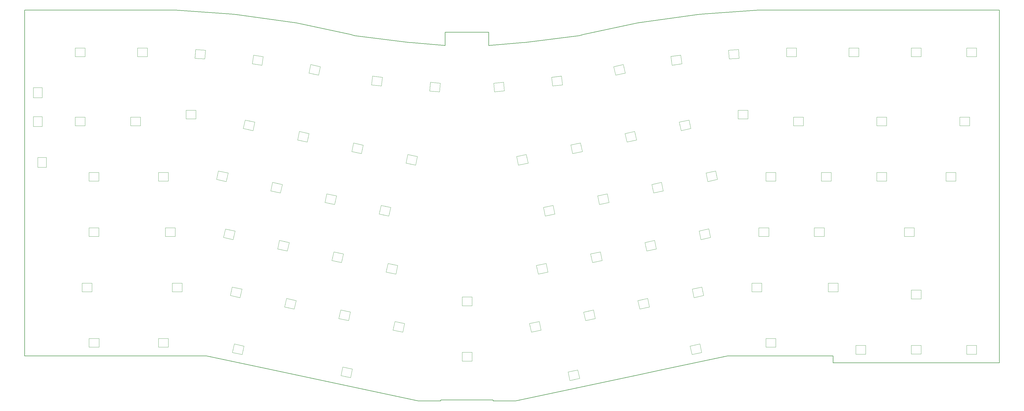
<source format=gbr>
%TF.GenerationSoftware,KiCad,Pcbnew,7.0.10*%
%TF.CreationDate,2024-04-03T01:03:37+02:00*%
%TF.ProjectId,middle,6d696464-6c65-42e6-9b69-6361645f7063,rev?*%
%TF.SameCoordinates,Original*%
%TF.FileFunction,Profile,NP*%
%FSLAX46Y46*%
G04 Gerber Fmt 4.6, Leading zero omitted, Abs format (unit mm)*
G04 Created by KiCad (PCBNEW 7.0.10) date 2024-04-03 01:03:37*
%MOMM*%
%LPD*%
G01*
G04 APERTURE LIST*
%TA.AperFunction,Profile*%
%ADD10C,0.200000*%
%TD*%
%TA.AperFunction,Profile*%
%ADD11C,0.120000*%
%TD*%
G04 APERTURE END LIST*
D10*
X132291099Y-11178725D02*
X132791099Y-11178725D01*
X161000000Y-134550111D02*
X168721373Y-134550111D01*
X70838706Y-1375266D02*
X72661093Y-1514254D01*
X244505966Y-119062500D02*
X241584856Y-119062500D01*
X59531250Y-119062500D02*
X35718750Y-119062500D01*
X254030966Y0D02*
X273080966Y0D01*
X212511517Y-4165502D02*
X231376124Y-1514254D01*
X30956250Y0D02*
X50006250Y0D01*
X91525699Y-4165502D02*
X93335170Y-4396397D01*
X315943466Y0D02*
X334993466Y0D01*
X268318466Y-119062500D02*
X244505966Y-119062500D01*
X62452360Y-119062500D02*
X84073136Y-123658138D01*
X0Y-119062500D02*
X11906250Y-119062500D01*
X192068335Y-8357114D02*
X210702047Y-4396397D01*
X210702047Y-4396397D02*
X212511517Y-4165502D01*
X210647224Y-125638497D02*
X219964080Y-123658138D01*
X159518608Y-7634366D02*
X159518608Y-12204749D01*
X0Y-100012500D02*
X0Y-119062500D01*
X296893466Y-121443750D02*
X277843466Y-121443750D01*
X132791099Y-11178725D02*
X144518608Y-12204749D01*
X111968881Y-8357114D02*
X113383095Y-8857114D01*
X135315843Y-134550111D02*
X84073136Y-123658138D01*
X190654121Y-8857114D02*
X192068335Y-8357114D01*
X93335170Y-4396397D02*
X111968881Y-8357114D01*
X334993466Y0D02*
X334993466Y-19050000D01*
X171746117Y-11178725D02*
X190654121Y-8857114D01*
X51835111Y-46405D02*
X70838706Y-1375266D01*
X252202105Y-46405D02*
X254030966Y0D01*
X161000000Y-134175000D02*
X161000000Y-134550111D01*
X113383095Y-8857114D02*
X132291099Y-11178725D01*
X334993466Y-121443750D02*
X334993466Y-19050000D01*
X334993466Y-121443750D02*
X315943466Y-121443750D01*
X143000000Y-134175000D02*
X161000000Y-134175000D01*
X28575000Y0D02*
X30956250Y0D01*
X144518608Y-7634366D02*
X159518608Y-7634366D01*
X296893466Y0D02*
X315943466Y0D01*
X59531250Y-119062500D02*
X62452360Y-119062500D01*
X275462216Y0D02*
X294512216Y0D01*
X0Y0D02*
X0Y-80962500D01*
X159518608Y-12204749D02*
X171246117Y-11178725D01*
X277843466Y-119062500D02*
X277843466Y-121443750D01*
X144518608Y-7634366D02*
X144518608Y-12204749D01*
X143000000Y-134175000D02*
X143000000Y-134550111D01*
X50006250Y0D02*
X51835111Y-46405D01*
X0Y-100012500D02*
X0Y-80962500D01*
X210647224Y-125638497D02*
X168721373Y-134550111D01*
X315943466Y-121443750D02*
X296893466Y-121443750D01*
X171246117Y-11178725D02*
X171746117Y-11178725D01*
X294512216Y0D02*
X296893466Y0D01*
X231376124Y-1514254D02*
X233198510Y-1375266D01*
X233198510Y-1375266D02*
X252202105Y-46405D01*
X135315843Y-134550111D02*
X143000000Y-134550111D01*
X9525000Y0D02*
X0Y0D01*
X268318466Y-119062500D02*
X277843466Y-119062500D01*
X219964080Y-123658138D02*
X241584856Y-119062500D01*
X9525000Y0D02*
X28575000Y0D01*
X273080966Y0D02*
X275462216Y0D01*
X35718750Y-119062500D02*
X11906250Y-119062500D01*
X72661093Y-1514254D02*
X91525699Y-4165502D01*
D11*
%TO.C,RGBF7*%
X285668715Y-115420197D02*
X289068715Y-115420197D01*
X285668715Y-118420197D02*
X285668715Y-115420197D01*
X289068715Y-115420197D02*
X289068715Y-118420197D01*
X289068715Y-118420197D02*
X285668715Y-118420197D01*
%TO.C,RGBE8*%
X192123997Y-103946425D02*
X195449698Y-103239526D01*
X192747732Y-106880868D02*
X192123997Y-103946425D01*
X195449698Y-103239526D02*
X196073433Y-106173969D01*
X196073433Y-106173969D02*
X192747732Y-106880868D01*
%TO.C,RGBA3*%
X78599686Y-15499645D02*
X81966597Y-15972833D01*
X78182167Y-18470449D02*
X78599686Y-15499645D01*
X81966597Y-15972833D02*
X81549078Y-18943637D01*
X81549078Y-18943637D02*
X78182167Y-18470449D01*
%TO.C,RGBC6*%
X178255654Y-67940211D02*
X181581355Y-67233312D01*
X178879389Y-70874654D02*
X178255654Y-67940211D01*
X181581355Y-67233312D02*
X182205090Y-70167755D01*
X182205090Y-70167755D02*
X178879389Y-70874654D01*
%TO.C,RGBF1*%
X45928715Y-113030197D02*
X49328715Y-113030197D01*
X45928715Y-116030197D02*
X45928715Y-113030197D01*
X49328715Y-113030197D02*
X49328715Y-116030197D01*
X49328715Y-116030197D02*
X45928715Y-116030197D01*
%TO.C,RGBD11*%
X252328715Y-74940197D02*
X255728715Y-74940197D01*
X252328715Y-77940197D02*
X252328715Y-74940197D01*
X255728715Y-74940197D02*
X255728715Y-77940197D01*
X255728715Y-77940197D02*
X252328715Y-77940197D01*
%TO.C,RGBA10*%
X222076500Y-15971389D02*
X225443411Y-15498201D01*
X222494019Y-18942193D02*
X222076500Y-15971389D01*
X225443411Y-15498201D02*
X225860930Y-18469005D01*
X225860930Y-18469005D02*
X222494019Y-18942193D01*
%TO.C,RGBF3*%
X109287522Y-122852962D02*
X112613223Y-123559861D01*
X108663787Y-125787405D02*
X109287522Y-122852962D01*
X112613223Y-123559861D02*
X111989488Y-126494304D01*
X111989488Y-126494304D02*
X108663787Y-125787405D01*
%TO.C,RGBA5*%
X119554191Y-22734200D02*
X122928847Y-23148556D01*
X119188583Y-25711838D02*
X119554191Y-22734200D01*
X122928847Y-23148556D02*
X122563239Y-26126194D01*
X122563239Y-26126194D02*
X119188583Y-25711838D01*
%TO.C,RGBF10*%
X304718715Y-13020197D02*
X308118715Y-13020197D01*
X304718715Y-16020197D02*
X304718715Y-13020197D01*
X308118715Y-13020197D02*
X308118715Y-16020197D01*
X308118715Y-16020197D02*
X304718715Y-16020197D01*
%TO.C,RGBA11*%
X241918221Y-13822437D02*
X245309939Y-13585265D01*
X242127491Y-16815129D02*
X241918221Y-13822437D01*
X245309939Y-13585265D02*
X245519209Y-16577957D01*
X245519209Y-16577957D02*
X242127491Y-16815129D01*
%TO.C,RGBB8*%
X187695654Y-46450211D02*
X191021355Y-45743312D01*
X188319389Y-49384654D02*
X187695654Y-46450211D01*
X191021355Y-45743312D02*
X191645090Y-48677755D01*
X191645090Y-48677755D02*
X188319389Y-49384654D01*
%TO.C,RGBA9*%
X202435654Y-19470210D02*
X205761355Y-18763311D01*
X203059389Y-22404653D02*
X202435654Y-19470210D01*
X205761355Y-18763311D02*
X206385090Y-21697754D01*
X206385090Y-21697754D02*
X203059389Y-22404653D01*
%TO.C,RGBB13*%
X292818715Y-36830197D02*
X296218715Y-36830197D01*
X292818715Y-39830197D02*
X292818715Y-36830197D01*
X296218715Y-36830197D02*
X296218715Y-39830197D01*
X296218715Y-39830197D02*
X292818715Y-39830197D01*
%TO.C,RGBB10*%
X224965654Y-38530211D02*
X228291355Y-37823312D01*
X225589389Y-41464654D02*
X224965654Y-38530211D01*
X228291355Y-37823312D02*
X228915090Y-40757755D01*
X228915090Y-40757755D02*
X225589389Y-41464654D01*
%TO.C,RGBC1*%
X45928715Y-55890197D02*
X49328715Y-55890197D01*
X45928715Y-58890197D02*
X45928715Y-55890197D01*
X49328715Y-55890197D02*
X49328715Y-58890197D01*
X49328715Y-58890197D02*
X45928715Y-58890197D01*
%TO.C,RGBD12*%
X271378715Y-74920197D02*
X274778715Y-74920197D01*
X271378715Y-77920197D02*
X271378715Y-74920197D01*
X274778715Y-74920197D02*
X274778715Y-77920197D01*
X274778715Y-77920197D02*
X271378715Y-77920197D01*
%TO.C,RGBB1*%
X36398715Y-36820197D02*
X39798715Y-36820197D01*
X36398715Y-39820197D02*
X36398715Y-36820197D01*
X39798715Y-36820197D02*
X39798715Y-39820197D01*
X39798715Y-39820197D02*
X36398715Y-39820197D01*
%TO.C,RGBB0*%
X17348715Y-36840197D02*
X20748715Y-36840197D01*
X17348715Y-39840197D02*
X17348715Y-36840197D01*
X20748715Y-36840197D02*
X20748715Y-39840197D01*
X20748715Y-39840197D02*
X17348715Y-39840197D01*
%TO.C,RGBD4*%
X106207522Y-83242962D02*
X109533223Y-83949861D01*
X105583787Y-86177405D02*
X106207522Y-83242962D01*
X109533223Y-83949861D02*
X108909488Y-86884304D01*
X108909488Y-86884304D02*
X105583787Y-86177405D01*
%TO.C,RGBE5*%
X127217522Y-107202962D02*
X130543223Y-107909861D01*
X126593787Y-110137405D02*
X127217522Y-107202962D01*
X130543223Y-107909861D02*
X129919488Y-110844304D01*
X129919488Y-110844304D02*
X126593787Y-110137405D01*
%TO.C,RGBF6*%
X254718715Y-113040197D02*
X258118715Y-113040197D01*
X254718715Y-116040197D02*
X254718715Y-113040197D01*
X258118715Y-113040197D02*
X258118715Y-116040197D01*
X258118715Y-116040197D02*
X254718715Y-116040197D01*
%TO.C,RGBD7*%
X175875654Y-87920211D02*
X179201355Y-87213312D01*
X176499389Y-90854654D02*
X175875654Y-87920211D01*
X179201355Y-87213312D02*
X179825090Y-90147755D01*
X179825090Y-90147755D02*
X176499389Y-90854654D01*
%TO.C,RGBB6*%
X131647732Y-49709526D02*
X134973433Y-50416425D01*
X131023997Y-52643969D02*
X131647732Y-49709526D01*
X134973433Y-50416425D02*
X134349698Y-53350868D01*
X134349698Y-53350868D02*
X131023997Y-52643969D01*
%TO.C,RGBF11*%
X323768715Y-13030197D02*
X327168715Y-13030197D01*
X323768715Y-16030197D02*
X323768715Y-13030197D01*
X327168715Y-13030197D02*
X327168715Y-16030197D01*
X327168715Y-16030197D02*
X323768715Y-16030197D01*
%TO.C,RGBF8*%
X304718715Y-115410197D02*
X308118715Y-115410197D01*
X304718715Y-118410197D02*
X304718715Y-115410197D01*
X308118715Y-115410197D02*
X308118715Y-118410197D01*
X308118715Y-118410197D02*
X304718715Y-118410197D01*
%TO.C,RGBE3*%
X89947732Y-99269526D02*
X93273433Y-99976425D01*
X89323997Y-102203969D02*
X89947732Y-99269526D01*
X93273433Y-99976425D02*
X92649698Y-102910868D01*
X92649698Y-102910868D02*
X89323997Y-102203969D01*
%TO.C,RGBD1*%
X48308715Y-74940197D02*
X51708715Y-74940197D01*
X48308715Y-77940197D02*
X48308715Y-74940197D01*
X51708715Y-74940197D02*
X51708715Y-77940197D01*
X51708715Y-77940197D02*
X48308715Y-77940197D01*
%TO.C,RGBF5*%
X228695654Y-115640211D02*
X232021355Y-114933312D01*
X229319389Y-118574654D02*
X228695654Y-115640211D01*
X232021355Y-114933312D02*
X232645090Y-117867755D01*
X232645090Y-117867755D02*
X229319389Y-118574654D01*
%TO.C,RGBB11*%
X245188715Y-34460197D02*
X248588715Y-34460197D01*
X245188715Y-37460197D02*
X245188715Y-34460197D01*
X248588715Y-34460197D02*
X248588715Y-37460197D01*
X248588715Y-37460197D02*
X245188715Y-37460197D01*
%TO.C,RGBE11*%
X249948715Y-93990197D02*
X253348715Y-93990197D01*
X249948715Y-96990197D02*
X249948715Y-93990197D01*
X253348715Y-93990197D02*
X253348715Y-96990197D01*
X253348715Y-96990197D02*
X249948715Y-96990197D01*
%TO.C,RGBB7*%
X169065654Y-50420211D02*
X172391355Y-49713312D01*
X169689389Y-53354654D02*
X169065654Y-50420211D01*
X172391355Y-49713312D02*
X173015090Y-52647755D01*
X173015090Y-52647755D02*
X169689389Y-53354654D01*
%TO.C,RGBE12*%
X276148715Y-93990197D02*
X279548715Y-93990197D01*
X276148715Y-96990197D02*
X276148715Y-93990197D01*
X279548715Y-93990197D02*
X279548715Y-96990197D01*
X279548715Y-96990197D02*
X276148715Y-96990197D01*
%TO.C,RGBA13*%
X283288715Y-13020197D02*
X286688715Y-13020197D01*
X283288715Y-16020197D02*
X283288715Y-13020197D01*
X286688715Y-13020197D02*
X286688715Y-16020197D01*
X286688715Y-16020197D02*
X283288715Y-16020197D01*
%TO.C,RGBB9*%
X206333997Y-42496425D02*
X209659698Y-41789526D01*
X206957732Y-45430868D02*
X206333997Y-42496425D01*
X209659698Y-41789526D02*
X210283433Y-44723969D01*
X210283433Y-44723969D02*
X206957732Y-45430868D01*
%TO.C,RGBE13*%
X304718715Y-96370197D02*
X308118715Y-96370197D01*
X304718715Y-99370197D02*
X304718715Y-96370197D01*
X308118715Y-96370197D02*
X308118715Y-99370197D01*
X308118715Y-99370197D02*
X304718715Y-99370197D01*
%TO.C,RGBC10*%
X254708715Y-55880197D02*
X258108715Y-55880197D01*
X254708715Y-58880197D02*
X254708715Y-55880197D01*
X258108715Y-55880197D02*
X258108715Y-58880197D01*
X258108715Y-58880197D02*
X254708715Y-58880197D01*
%TO.C,RGBF4*%
X186765654Y-124550211D02*
X190091355Y-123843312D01*
X187389389Y-127484654D02*
X186765654Y-124550211D01*
X190091355Y-123843312D02*
X190715090Y-126777755D01*
X190715090Y-126777755D02*
X187389389Y-127484654D01*
%TO.C,RGBD9*%
X213135654Y-79990211D02*
X216461355Y-79283312D01*
X213759389Y-82924654D02*
X213135654Y-79990211D01*
X216461355Y-79283312D02*
X217085090Y-82217755D01*
X217085090Y-82217755D02*
X213759389Y-82924654D01*
%TO.C,RGBC0*%
X22108715Y-55890197D02*
X25508715Y-55890197D01*
X22108715Y-58890197D02*
X22108715Y-55890197D01*
X25508715Y-55890197D02*
X25508715Y-58890197D01*
X25508715Y-58890197D02*
X22108715Y-58890197D01*
%TO.C,RGBC11*%
X273768715Y-55890197D02*
X277168715Y-55890197D01*
X273768715Y-58890197D02*
X273768715Y-55890197D01*
X277168715Y-55890197D02*
X277168715Y-58890197D01*
X277168715Y-58890197D02*
X273768715Y-58890197D01*
%TO.C,RGBA8*%
X181098583Y-23148556D02*
X184473239Y-22734200D01*
X181464191Y-26126194D02*
X181098583Y-23148556D01*
X184473239Y-22734200D02*
X184838847Y-25711838D01*
X184838847Y-25711838D02*
X181464191Y-26126194D01*
%TO.C,RGBI0*%
X7463715Y-50687500D02*
X7463715Y-54087500D01*
X4463715Y-50687500D02*
X7463715Y-50687500D01*
X7463715Y-54087500D02*
X4463715Y-54087500D01*
X4463715Y-54087500D02*
X4463715Y-50687500D01*
%TO.C,RGBI2*%
X5963715Y-26715197D02*
X5963715Y-30115197D01*
X2963715Y-26715197D02*
X5963715Y-26715197D01*
X5963715Y-30115197D02*
X2963715Y-30115197D01*
X2963715Y-30115197D02*
X2963715Y-26715197D01*
%TO.C,RGBA1*%
X38778715Y-13020197D02*
X42178715Y-13020197D01*
X38778715Y-16020197D02*
X38778715Y-13020197D01*
X42178715Y-13020197D02*
X42178715Y-16020197D01*
X42178715Y-16020197D02*
X38778715Y-16020197D01*
%TO.C,RGBC13*%
X316628715Y-55880197D02*
X320028715Y-55880197D01*
X316628715Y-58880197D02*
X316628715Y-55880197D01*
X320028715Y-55880197D02*
X320028715Y-58880197D01*
X320028715Y-58880197D02*
X316628715Y-58880197D01*
%TO.C,RGBD10*%
X231775654Y-76030211D02*
X235101355Y-75323312D01*
X232399389Y-78964654D02*
X231775654Y-76030211D01*
X235101355Y-75323312D02*
X235725090Y-78257755D01*
X235725090Y-78257755D02*
X232399389Y-78964654D01*
%TO.C,RGBF12*%
X321388715Y-36840197D02*
X324788715Y-36840197D01*
X321388715Y-39840197D02*
X321388715Y-36840197D01*
X324788715Y-36840197D02*
X324788715Y-39840197D01*
X324788715Y-39840197D02*
X321388715Y-39840197D01*
%TO.C,RGBA7*%
X161199520Y-25133462D02*
X164586582Y-24837132D01*
X161460988Y-28122046D02*
X161199520Y-25133462D01*
X164586582Y-24837132D02*
X164848050Y-27825716D01*
X164848050Y-27825716D02*
X161460988Y-28122046D01*
%TO.C,RGBE9*%
X210753997Y-99976425D02*
X214079698Y-99269526D01*
X211377732Y-102910868D02*
X210753997Y-99976425D01*
X214079698Y-99269526D02*
X214703433Y-102203969D01*
X214703433Y-102203969D02*
X211377732Y-102910868D01*
%TO.C,RGBE1*%
X50698715Y-93990197D02*
X54098715Y-93990197D01*
X50698715Y-96990197D02*
X50698715Y-93990197D01*
X54098715Y-93990197D02*
X54098715Y-96990197D01*
X54098715Y-96990197D02*
X50698715Y-96990197D01*
%TO.C,RGBC2*%
X66557732Y-55349526D02*
X69883433Y-56056425D01*
X65933997Y-58283969D02*
X66557732Y-55349526D01*
X69883433Y-56056425D02*
X69259698Y-58990868D01*
X69259698Y-58990868D02*
X65933997Y-58283969D01*
%TO.C,RGBC5*%
X122457732Y-67229526D02*
X125783433Y-67936425D01*
X121833997Y-70163969D02*
X122457732Y-67229526D01*
X125783433Y-67936425D02*
X125159698Y-70870868D01*
X125159698Y-70870868D02*
X121833997Y-70163969D01*
%TO.C,RGBD8*%
X194503997Y-83956425D02*
X197829698Y-83249526D01*
X195127732Y-86890868D02*
X194503997Y-83956425D01*
X197829698Y-83249526D02*
X198453433Y-86183969D01*
X198453433Y-86183969D02*
X195127732Y-86890868D01*
%TO.C,RGBB3*%
X75747732Y-37819526D02*
X79073433Y-38526425D01*
X75123997Y-40753969D02*
X75747732Y-37819526D01*
X79073433Y-38526425D02*
X78449698Y-41460868D01*
X78449698Y-41460868D02*
X75123997Y-40753969D01*
%TO.C,RGBF0*%
X22118715Y-113020197D02*
X25518715Y-113020197D01*
X22118715Y-116020197D02*
X22118715Y-113020197D01*
X25518715Y-113020197D02*
X25518715Y-116020197D01*
X25518715Y-116020197D02*
X22118715Y-116020197D01*
%TO.C,RGBA0*%
X17338715Y-13020197D02*
X20738715Y-13020197D01*
X17338715Y-16020197D02*
X17338715Y-13020197D01*
X20738715Y-13020197D02*
X20738715Y-16020197D01*
X20738715Y-16020197D02*
X17338715Y-16020197D01*
%TO.C,RGBE0*%
X19728715Y-93990197D02*
X23128715Y-93990197D01*
X19728715Y-96990197D02*
X19728715Y-93990197D01*
X23128715Y-93990197D02*
X23128715Y-96990197D01*
X23128715Y-96990197D02*
X19728715Y-96990197D01*
%TO.C,RGBC3*%
X85187522Y-59312962D02*
X88513223Y-60019861D01*
X84563787Y-62247405D02*
X85187522Y-59312962D01*
X88513223Y-60019861D02*
X87889488Y-62954304D01*
X87889488Y-62954304D02*
X84563787Y-62247405D01*
%TO.C,RGBE4*%
X108587732Y-103229526D02*
X111913433Y-103936425D01*
X107963997Y-106163969D02*
X108587732Y-103229526D01*
X111913433Y-103936425D02*
X111289698Y-106870868D01*
X111289698Y-106870868D02*
X107963997Y-106163969D01*
%TO.C,RGBC12*%
X292818715Y-55890197D02*
X296218715Y-55890197D01*
X292818715Y-58890197D02*
X292818715Y-55890197D01*
X296218715Y-55890197D02*
X296218715Y-58890197D01*
X296218715Y-58890197D02*
X292818715Y-58890197D01*
%TO.C,RGBF9*%
X323768715Y-115420197D02*
X327168715Y-115420197D01*
X323768715Y-118420197D02*
X323768715Y-115420197D01*
X327168715Y-115420197D02*
X327168715Y-118420197D01*
X327168715Y-118420197D02*
X323768715Y-118420197D01*
%TO.C,RGBD0*%
X22108715Y-74940197D02*
X25508715Y-74940197D01*
X22108715Y-77940197D02*
X22108715Y-74940197D01*
X25508715Y-74940197D02*
X25508715Y-77940197D01*
X25508715Y-77940197D02*
X22108715Y-77940197D01*
%TO.C,RGBC7*%
X196883997Y-63976425D02*
X200209698Y-63269526D01*
X197507732Y-66910868D02*
X196883997Y-63976425D01*
X200209698Y-63269526D02*
X200833433Y-66203969D01*
X200833433Y-66203969D02*
X197507732Y-66910868D01*
%TO.C,RGBE10*%
X229393997Y-96016425D02*
X232719698Y-95309526D01*
X230017732Y-98950868D02*
X229393997Y-96016425D01*
X232719698Y-95309526D02*
X233343433Y-98243969D01*
X233343433Y-98243969D02*
X230017732Y-98950868D01*
%TO.C,RGBA12*%
X261848715Y-13020197D02*
X265248715Y-13020197D01*
X261848715Y-16020197D02*
X261848715Y-13020197D01*
X265248715Y-13020197D02*
X265248715Y-16020197D01*
X265248715Y-16020197D02*
X261848715Y-16020197D01*
%TO.C,RGBC9*%
X234153997Y-56056425D02*
X237479698Y-55349526D01*
X234777732Y-58990868D02*
X234153997Y-56056425D01*
X237479698Y-55349526D02*
X238103433Y-58283969D01*
X238103433Y-58283969D02*
X234777732Y-58990868D01*
%TO.C,RGBA2*%
X58717850Y-13575451D02*
X62109568Y-13812623D01*
X58508580Y-16568143D02*
X58717850Y-13575451D01*
X62109568Y-13812623D02*
X61900298Y-16805315D01*
X61900298Y-16805315D02*
X58508580Y-16568143D01*
%TO.C,RGBB4*%
X94387522Y-41792962D02*
X97713223Y-42499861D01*
X93763787Y-44727405D02*
X94387522Y-41792962D01*
X97713223Y-42499861D02*
X97089488Y-45434304D01*
X97089488Y-45434304D02*
X93763787Y-44727405D01*
%TO.C,RGBC8*%
X215525654Y-60010211D02*
X218851355Y-59303312D01*
X216149389Y-62944654D02*
X215525654Y-60010211D01*
X218851355Y-59303312D02*
X219475090Y-62237755D01*
X219475090Y-62237755D02*
X216149389Y-62944654D01*
%TO.C,RGBB5*%
X113017522Y-45752962D02*
X116343223Y-46459861D01*
X112393787Y-48687405D02*
X113017522Y-45752962D01*
X116343223Y-46459861D02*
X115719488Y-49394304D01*
X115719488Y-49394304D02*
X112393787Y-48687405D01*
%TO.C,RGBB2*%
X55448715Y-34450197D02*
X58848715Y-34450197D01*
X55448715Y-37450197D02*
X55448715Y-34450197D01*
X58848715Y-34450197D02*
X58848715Y-37450197D01*
X58848715Y-37450197D02*
X55448715Y-37450197D01*
%TO.C,RGBF2*%
X72017522Y-114932962D02*
X75343223Y-115639861D01*
X71393787Y-117867405D02*
X72017522Y-114932962D01*
X75343223Y-115639861D02*
X74719488Y-118574304D01*
X74719488Y-118574304D02*
X71393787Y-117867405D01*
%TO.C,RGBE7*%
X173493997Y-107896425D02*
X176819698Y-107189526D01*
X174117732Y-110830868D02*
X173493997Y-107896425D01*
X176819698Y-107189526D02*
X177443433Y-110123969D01*
X177443433Y-110123969D02*
X174117732Y-110830868D01*
%TO.C,RGBD5*%
X124837522Y-87212962D02*
X128163223Y-87919861D01*
X124213787Y-90147405D02*
X124837522Y-87212962D01*
X128163223Y-87919861D02*
X127539488Y-90854304D01*
X127539488Y-90854304D02*
X124213787Y-90147405D01*
%TO.C,RGBB12*%
X264248715Y-36840197D02*
X267648715Y-36840197D01*
X264248715Y-39840197D02*
X264248715Y-36840197D01*
X267648715Y-36840197D02*
X267648715Y-39840197D01*
X267648715Y-39840197D02*
X264248715Y-39840197D01*
%TO.C,RGBA6*%
X139455918Y-24837740D02*
X142842980Y-25134070D01*
X139194450Y-27826324D02*
X139455918Y-24837740D01*
X142842980Y-25134070D02*
X142581512Y-28122654D01*
X142581512Y-28122654D02*
X139194450Y-27826324D01*
%TO.C,RGBD13*%
X302338715Y-74930197D02*
X305738715Y-74930197D01*
X302338715Y-77930197D02*
X302338715Y-74930197D01*
X305738715Y-74930197D02*
X305738715Y-77930197D01*
X305738715Y-77930197D02*
X302338715Y-77930197D01*
%TO.C,RGBD2*%
X68947522Y-75332962D02*
X72273223Y-76039861D01*
X68323787Y-78267405D02*
X68947522Y-75332962D01*
X72273223Y-76039861D02*
X71649488Y-78974304D01*
X71649488Y-78974304D02*
X68323787Y-78267405D01*
%TO.C,RGBE6*%
X150313715Y-117790197D02*
X153713715Y-117790197D01*
X150313715Y-120790197D02*
X150313715Y-117790197D01*
X153713715Y-117790197D02*
X153713715Y-120790197D01*
X153713715Y-120790197D02*
X150313715Y-120790197D01*
%TO.C,RGBD6*%
X150318715Y-98750197D02*
X153718715Y-98750197D01*
X150318715Y-101750197D02*
X150318715Y-98750197D01*
X153718715Y-98750197D02*
X153718715Y-101750197D01*
X153718715Y-101750197D02*
X150318715Y-101750197D01*
%TO.C,RGBI1*%
X5963715Y-36695197D02*
X5963715Y-40095197D01*
X2963715Y-36695197D02*
X5963715Y-36695197D01*
X5963715Y-40095197D02*
X2963715Y-40095197D01*
X2963715Y-40095197D02*
X2963715Y-36695197D01*
%TO.C,RGBA4*%
X98287732Y-18759526D02*
X101613433Y-19466425D01*
X97663997Y-21693969D02*
X98287732Y-18759526D01*
X101613433Y-19466425D02*
X100989698Y-22400868D01*
X100989698Y-22400868D02*
X97663997Y-21693969D01*
%TO.C,RGBD3*%
X87567522Y-79282962D02*
X90893223Y-79989861D01*
X86943787Y-82217405D02*
X87567522Y-79282962D01*
X90893223Y-79989861D02*
X90269488Y-82924304D01*
X90269488Y-82924304D02*
X86943787Y-82217405D01*
%TO.C,RGBE2*%
X71317732Y-95309526D02*
X74643433Y-96016425D01*
X70693997Y-98243969D02*
X71317732Y-95309526D01*
X74643433Y-96016425D02*
X74019698Y-98950868D01*
X74019698Y-98950868D02*
X70693997Y-98243969D01*
%TO.C,RGBC4*%
X103827732Y-63269526D02*
X107153433Y-63976425D01*
X103203997Y-66203969D02*
X103827732Y-63269526D01*
X107153433Y-63976425D02*
X106529698Y-66910868D01*
X106529698Y-66910868D02*
X103203997Y-66203969D01*
%TD*%
M02*

</source>
